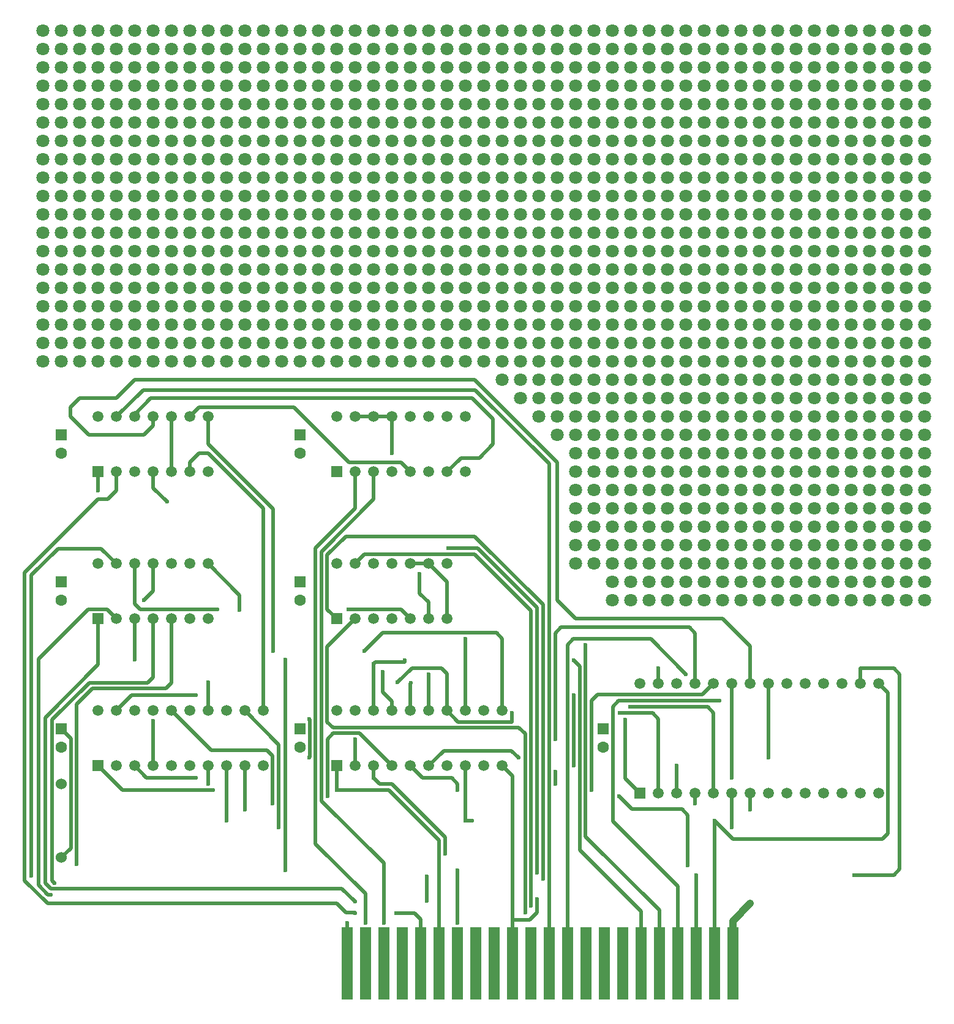
<source format=gbl>
G04 DipTrace 3.0.0.2*
G04 BasicROM.GBL*
%MOMM*%
G04 #@! TF.FileFunction,Copper,L2,Bot*
G04 #@! TF.Part,Single*
G04 #@! TA.AperFunction,Conductor*
%ADD14C,1.0*%
%ADD15C,0.5*%
G04 #@! TA.AperFunction,ComponentPad*
%ADD16C,1.6*%
%ADD17R,1.6X1.6*%
%ADD18R,1.5X10.0*%
G04 #@! TA.AperFunction,ComponentPad*
%ADD19C,1.8*%
%ADD20C,1.524*%
%ADD21C,1.524*%
%ADD22R,1.5X1.5*%
%ADD23C,1.5*%
G04 #@! TA.AperFunction,ViaPad*
%ADD24C,0.6*%
%FSLAX35Y35*%
G04*
G71*
G90*
G75*
G01*
G04 Bottom*
%LPD*%
X7112000Y-10668000D2*
D15*
X7252000Y-10808000D1*
Y-12795250D1*
X7493000D1*
X7592000Y-12696250D1*
Y-12509980D1*
X7252000Y-12795250D2*
Y-13400000D1*
X6350000Y-8636000D2*
Y-8128000D1*
X6096000Y-7874000D1*
X4966000Y-12840000D2*
Y-13400000D1*
X5080000Y-5842000D2*
X5334000D1*
X6096000Y-7874000D2*
X5842000D1*
X5588000Y-5842000D2*
Y-6350000D1*
X5334000Y-5842000D2*
X5588000D1*
X2286000Y-7874000D2*
Y-8252010D1*
X2156010Y-8382000D1*
X10300000Y-13400000D2*
D14*
Y-12814000D1*
X10541000Y-12573000D1*
X1016000Y-10160000D2*
D15*
X1151000Y-10295000D1*
Y-11803000D1*
X1016000Y-11938000D1*
X7845000Y-10747620D2*
Y-10917620D1*
X3048000D2*
Y-10668000D1*
X4698000Y-11087620D2*
Y-10533000D1*
X2286000Y-10050000D2*
Y-10668000D1*
X9679010Y-12047530D2*
Y-11347590D1*
X9599010Y-11267590D1*
X8908970D1*
X8729000Y-11087620D1*
X4698000Y-10533000D2*
Y-10297000D1*
X4776000Y-10219000D1*
X5139000D1*
X5588000Y-10668000D1*
X4448000Y-10553990D2*
X4453000Y-10548990D1*
Y-10025000D1*
X4448000Y-10020000D1*
X5334000Y-10668000D2*
Y-10832620D1*
X2879010D2*
X2196620D1*
X2032000Y-10668000D1*
X5334000Y-10832620D2*
X5419000Y-10917620D1*
X5583620D1*
X6321000Y-11655000D1*
Y-11887530D1*
X7507000Y-12599970D2*
Y-8523000D1*
X6728000Y-7744000D1*
X5210000D1*
X5080000Y-7874000D1*
X7429500Y-12700000D2*
Y-10226500D1*
X7342000Y-10139000D1*
X4773000D1*
X4693000Y-10059000D1*
Y-9023000D1*
X5080000Y-8636000D1*
X7675000Y-12232520D2*
Y-8437000D1*
X6732000Y-7494000D1*
X4952000D1*
X4693000Y-7753000D1*
Y-8503000D1*
X4826000Y-8636000D1*
X6367000Y-7659000D2*
X6770000D1*
X7592000Y-8481000D1*
Y-12147520D1*
X1231000Y-12024000D2*
Y-9818000D1*
X1448010Y-9600990D1*
X2460000D1*
X2540000Y-9520990D1*
Y-8636000D1*
X920750Y-12287250D2*
X889000Y-12255500D1*
Y-10033000D1*
X1401010Y-9520990D1*
X2206000D1*
X2286000Y-9440990D1*
Y-8636000D1*
X6490000Y-12109000D2*
Y-12840000D1*
X4118520Y-9201000D2*
Y-12109000D1*
X2032000Y-9201000D2*
Y-8636000D1*
X6067000Y-12194000D2*
Y-12533990D1*
X603250Y-12192000D2*
Y-8032750D1*
X972000Y-7664000D1*
X1568000D1*
X1778000Y-7874000D1*
X872000Y-12454000D2*
X833500D1*
X698500Y-12319000D1*
Y-9194143D1*
X1386643Y-8506000D1*
X1648000D1*
X1778000Y-8636000D1*
X5076000Y-12548000D2*
X4897000Y-12369000D1*
X875500D1*
X793750Y-12287250D1*
Y-10001250D1*
X1524000Y-9271000D1*
Y-8636000D1*
X5474000Y-12840000D2*
Y-12014300D1*
X4613000Y-11153300D1*
Y-7706000D1*
X5334000Y-6985000D1*
Y-6604000D1*
X5220000Y-12840000D2*
Y-12430810D1*
X4533000Y-11743810D1*
Y-7659000D1*
X5080000Y-7112000D1*
Y-6604000D1*
X10046000Y-13400000D2*
Y-11427620D1*
X3302003Y-10668000D2*
Y-11427620D1*
X3302000D1*
X6604003Y-10668000D2*
X6604000Y-11427620D1*
X10046000D2*
X10300990Y-11682610D1*
X12369000D1*
X12449000Y-11602610D1*
Y-9659000D1*
X12319000Y-9529000D1*
X6604000Y-11427620D2*
X6694000D1*
X6604003Y-9906000D2*
X6604000Y-8914000D1*
X9792000Y-12176650D2*
Y-13400000D1*
X12065000Y-9529000D2*
Y-9319000D1*
X12529000D1*
X12609000Y-9399000D1*
Y-12096650D1*
X12529000Y-12176650D1*
X11980000D1*
X10118000Y-9770000D2*
X8724000D1*
X8644000Y-9850000D1*
Y-9940000D1*
X7247000D2*
Y-10059000D1*
X6503000D1*
X6350000Y-9906000D1*
X3048000Y-9516000D2*
Y-9906000D1*
X8644000Y-9940000D2*
Y-11437040D1*
X9538000Y-12331040D1*
Y-13400000D1*
X6350000Y-9906000D2*
Y-9394000D1*
X6270000Y-9314000D1*
X5870000D1*
X5668000Y-9516000D1*
X8264000Y-8999000D2*
Y-11642430D1*
X9284000Y-12662430D1*
Y-13400000D1*
X5458010Y-9366000D2*
Y-9646010D1*
X5588000Y-9776000D1*
Y-9906000D1*
X8099000Y-9204000D2*
X8184000Y-9289000D1*
Y-11836153D1*
X9030000Y-12682153D1*
Y-13400000D1*
X5334003Y-9906000D2*
X5334010Y-9255990D1*
X5356000Y-9234000D1*
X5767860D1*
Y-9204000D1*
X9655000Y-9399000D2*
X9170000Y-8914000D1*
X8094000D1*
X8014000Y-8994000D1*
Y-13400000D1*
X1778000Y-5842000D2*
X2148000Y-5472000D1*
X6742000D1*
X7760000Y-6490000D1*
Y-13400000D1*
X2540000Y-5842000D2*
Y-6604000D1*
X5643000Y-12705980D2*
X5902000D1*
X5982000Y-12785980D1*
Y-13400000D1*
X5076000Y-12705980D2*
Y-12700000D1*
X4953000D1*
X4826000Y-12573000D1*
X825500D1*
X508000Y-12255500D1*
Y-8001000D1*
X1524000Y-6985000D1*
X1657050D1*
X1778000Y-6864050D1*
Y-6604000D1*
X3178000Y-8506000D2*
X2112000D1*
X2032000Y-8426000D1*
Y-7874000D1*
X3480800Y-8517000D2*
Y-8306800D1*
X3048000Y-7874000D1*
X4984540Y-8506000D2*
X5712000D1*
X5842000Y-8636000D1*
X5972000Y-8018000D2*
Y-8280990D1*
X6096000Y-8404990D1*
Y-8636000D1*
X1524000Y-6859050D2*
Y-6604000D1*
X2032000Y-5842000D2*
Y-5810250D1*
X2254250Y-5588000D1*
X6699250D1*
X6985000Y-5873750D1*
Y-6223000D1*
X6794500Y-6413500D1*
X6540500D1*
X6350000Y-6604000D1*
X3556003Y-10668000D2*
Y-11272590D1*
X3556010D1*
X10541000D2*
Y-11049000D1*
X10287000Y-11517610D2*
Y-11049000D1*
X4025000Y-11517610D2*
Y-10374997D1*
X3556003Y-9906000D1*
X8882010Y-9855000D2*
X9953000D1*
X10033000Y-9935000D1*
Y-11049000D1*
X3940000Y-11187590D2*
Y-10532573D1*
X3860000Y-10452573D1*
X3086577D1*
X2540003Y-9906000D1*
X9779000Y-11187590D2*
Y-11049000D1*
X2879010Y-9691000D2*
X1993003D1*
X1778003Y-9906000D1*
X8099000Y-10662620D2*
Y-9691000D1*
X9525000Y-10662620D2*
Y-11049000D1*
X7845000Y-10304000D2*
Y-8834000D1*
X7925000Y-8754000D1*
X9699000D1*
X9779000Y-8834000D1*
Y-9529000D1*
X5080000Y-10304000D2*
Y-10668000D1*
X6496000Y-11002620D2*
Y-10917620D1*
X6416000Y-10837620D1*
X6011623D1*
X5842003Y-10668000D1*
X8349000Y-11002620D2*
Y-9765000D1*
X8429000Y-9685000D1*
X9877000D1*
X10033000Y-9529000D1*
X7337000Y-10554990D2*
X7240010Y-10458000D1*
X6306003D1*
X6096003Y-10668000D1*
X10795000Y-10554990D2*
Y-9529000D1*
X10287000Y-10832620D2*
Y-9529000D1*
X8734000Y-9940000D2*
X9191000D1*
X9271000Y-10020000D1*
Y-11049000D1*
X6096003Y-9906000D2*
X6096000Y-9399000D1*
X9271000Y-9314000D2*
Y-9529000D1*
X5852860Y-9521000D2*
X5842003Y-9531857D1*
Y-9906000D1*
X8814000Y-10025000D2*
Y-10846000D1*
X9017000Y-11049000D1*
X2286000Y-6604000D2*
Y-6826250D1*
X2476500Y-7016750D1*
X5842000Y-6604000D2*
X5712000Y-6474000D1*
X4997000D1*
X4235000Y-5712000D1*
X2924000D1*
X2794000Y-5842000D1*
X4826000Y-10668000D2*
Y-11002620D1*
X1524000Y-10668000D2*
X1858620Y-11002620D1*
X3111640D1*
X4826000D2*
X5541620D1*
X6236000Y-11697000D1*
Y-13400000D1*
X3810000Y-9906000D2*
Y-7112000D1*
X3048000Y-6350000D1*
X2921000D1*
X2794000Y-6477000D1*
Y-6604000D1*
X3945010Y-9078990D2*
Y-7120010D1*
X3048000Y-6223000D1*
Y-5842000D1*
X5210000Y-9078990D2*
X5459990Y-8829000D1*
X7032000D1*
X7112000Y-8909000D1*
Y-9906000D1*
X2286000Y-5842000D2*
Y-5969000D1*
X2159000Y-6096000D1*
X1397000D1*
X1143000Y-5842000D1*
Y-5715000D1*
X1270000Y-5588000D1*
X1778000D1*
X2032000Y-5334000D1*
X6731000D1*
X7874000Y-6477000D1*
Y-8382000D1*
X8128000Y-8636000D1*
X10160000D1*
X10541000Y-9017000D1*
Y-9529000D1*
D24*
Y-12573000D3*
X2476500Y-7016750D3*
X7592000Y-12509980D3*
X2156010Y-8382000D3*
X5588000Y-6350000D3*
X4966000Y-12840000D3*
X7845000Y-10917620D3*
Y-10747620D3*
X3048000Y-10917620D3*
X2286000Y-10050000D3*
X4448000Y-10020000D3*
Y-10553990D3*
X4698000Y-10533000D3*
X8729000Y-11087620D3*
X9679010Y-12047530D3*
X4698000Y-11087620D3*
X6321000Y-11887530D3*
X2879010Y-10832620D3*
X5334000D3*
X7507000Y-12599970D3*
X7429500Y-12700000D3*
X7675000Y-12232520D3*
X7592000Y-12147520D3*
X6367000Y-7659000D3*
X1231000Y-12024000D3*
X920750Y-12287250D3*
X6490000Y-12840000D3*
Y-12109000D3*
X4118520D3*
Y-9201000D3*
X2032000D3*
X6067000Y-12533990D3*
Y-12194000D3*
X603250Y-12192000D3*
X872000Y-12454000D3*
X5076000Y-12548000D3*
X5474000Y-12840000D3*
X5220000D3*
X3302000Y-11427620D3*
X6694000D3*
X10046000D3*
X6604000D3*
Y-8914000D3*
X9792000Y-12176650D3*
X11980000D3*
X10118000Y-9770000D3*
X5668000Y-9516000D3*
X3048000D3*
X7247000Y-9940000D3*
X8644000D3*
X8264000Y-8999000D3*
X5458010Y-9366000D3*
X5767860Y-9204000D3*
X8099000D3*
X5334010Y-9255990D3*
X9655000Y-9399000D3*
X5643000Y-12705980D3*
X5076000D3*
X3178000Y-8506000D3*
X3480800Y-8517000D3*
X4984540Y-8506000D3*
X5972000Y-8018000D3*
X1524000Y-6859050D3*
X3556010Y-11272590D3*
X10541000D3*
X10287000Y-11517610D3*
X4025000D3*
X8882010Y-9855000D3*
X3940000Y-11187590D3*
X9779000D3*
X2879010Y-9691000D3*
X8099000D3*
Y-10662620D3*
X9525000D3*
X7845000Y-10304000D3*
X5080000D3*
X6496000Y-11002620D3*
X8349000D3*
X7337000Y-10554990D3*
X10795000D3*
X10287000Y-10832620D3*
X8734000Y-9940000D3*
X6096000Y-9399000D3*
X5852860Y-9521000D3*
X9271000Y-9314000D3*
X8814000Y-10025000D3*
X3111640Y-11002620D3*
X4826000D3*
X3945010Y-9078990D3*
X5210000D3*
D16*
X1016000Y-8382000D3*
D17*
Y-8128000D3*
D16*
X4318000Y-8382000D3*
D17*
Y-8128000D3*
D16*
X1016000Y-10414000D3*
D17*
Y-10160000D3*
D16*
X4318000Y-10414000D3*
D17*
Y-10160000D3*
D16*
Y-6350000D3*
D17*
Y-6096000D3*
D16*
X1016000Y-6350000D3*
D17*
Y-6096000D3*
D16*
X8509000Y-10414000D3*
D17*
Y-10160000D3*
D18*
X10300000Y-13400000D3*
X10046000D3*
X9792000D3*
X9538000D3*
X9284000D3*
X9030000D3*
X8776000D3*
X8522000D3*
X8268000D3*
X8014000D3*
X7760000D3*
X7506000D3*
X7252000D3*
X6998000D3*
X6744000D3*
X6490000D3*
X6236000D3*
X5982000D3*
X5728000D3*
X5474000D3*
X5220000D3*
X4966000D3*
D19*
X1016000Y-508000D3*
X762000D3*
X1270000D3*
X1778000D3*
X1524000D3*
X2032000D3*
X2540000D3*
X2286000D3*
X2794000D3*
X3302000D3*
X3048000D3*
X3556000D3*
X4064000D3*
X3810000D3*
X4318000D3*
X4826000D3*
X4572000D3*
X5080000D3*
X5588000D3*
X5334000D3*
X5842000D3*
X6350000D3*
X6096000D3*
X6604000D3*
X7112000D3*
X6858000D3*
X7366000D3*
X7874000D3*
X7620000D3*
X8128000D3*
X8636000D3*
X8382000D3*
X8890000D3*
X9398000D3*
X9144000D3*
X9652000D3*
X10160000D3*
X9906000D3*
X10414000D3*
X10922000D3*
X10668000D3*
X11176000D3*
X11684000D3*
X11430000D3*
X11938000D3*
X12446000D3*
X12192000D3*
X12700000D3*
X12954000D3*
X1016000Y-762000D3*
X762000D3*
X1270000D3*
X1778000D3*
X1524000D3*
X2032000D3*
X2540000D3*
X2286000D3*
X2794000D3*
X3302000D3*
X3048000D3*
X3556000D3*
X4064000D3*
X3810000D3*
X4318000D3*
X4826000D3*
X4572000D3*
X5080000D3*
X5588000D3*
X5334000D3*
X5842000D3*
X6350000D3*
X6096000D3*
X6604000D3*
X7112000D3*
X6858000D3*
X7366000D3*
X7874000D3*
X7620000D3*
X8128000D3*
X8636000D3*
X8382000D3*
X8890000D3*
X9398000D3*
X9144000D3*
X9652000D3*
X10160000D3*
X9906000D3*
X10414000D3*
X10922000D3*
X10668000D3*
X11176000D3*
X11684000D3*
X11430000D3*
X11938000D3*
X12446000D3*
X12192000D3*
X12700000D3*
X12954000D3*
X1016000Y-1016000D3*
X762000D3*
X1270000D3*
X1778000D3*
X1524000D3*
X2032000D3*
X2540000D3*
X2286000D3*
X2794000D3*
X3302000D3*
X3048000D3*
X3556000D3*
X4064000D3*
X3810000D3*
X4318000D3*
X4826000D3*
X4572000D3*
X5080000D3*
X5588000D3*
X5334000D3*
X5842000D3*
X6350000D3*
X6096000D3*
X6604000D3*
X7112000D3*
X6858000D3*
X7366000D3*
X7874000D3*
X7620000D3*
X8128000D3*
X8636000D3*
X8382000D3*
X8890000D3*
X9398000D3*
X9144000D3*
X9652000D3*
X10160000D3*
X9906000D3*
X10414000D3*
X10922000D3*
X10668000D3*
X11176000D3*
X11684000D3*
X11430000D3*
X11938000D3*
X12446000D3*
X12192000D3*
X12700000D3*
X12954000D3*
X1016000Y-1270000D3*
X762000D3*
X1270000D3*
X1778000D3*
X1524000D3*
X2032000D3*
X2540000D3*
X2286000D3*
X2794000D3*
X3302000D3*
X3048000D3*
X3556000D3*
X4064000D3*
X3810000D3*
X4318000D3*
X4826000D3*
X4572000D3*
X5080000D3*
X5588000D3*
X5334000D3*
X5842000D3*
X6350000D3*
X6096000D3*
X6604000D3*
X7112000D3*
X6858000D3*
X7366000D3*
X7874000D3*
X7620000D3*
X8128000D3*
X8636000D3*
X8382000D3*
X8890000D3*
X9398000D3*
X9144000D3*
X9652000D3*
X10160000D3*
X9906000D3*
X10414000D3*
X10922000D3*
X10668000D3*
X11176000D3*
X11684000D3*
X11430000D3*
X11938000D3*
X12446000D3*
X12192000D3*
X12700000D3*
X12954000D3*
X1016000Y-1524000D3*
X762000D3*
X1270000D3*
X1778000D3*
X1524000D3*
X2032000D3*
X2540000D3*
X2286000D3*
X2794000D3*
X3302000D3*
X3048000D3*
X3556000D3*
X4064000D3*
X3810000D3*
X4318000D3*
X4826000D3*
X4572000D3*
X5080000D3*
X5588000D3*
X5334000D3*
X5842000D3*
X6350000D3*
X6096000D3*
X6604000D3*
X7112000D3*
X6858000D3*
X7366000D3*
X7874000D3*
X7620000D3*
X8128000D3*
X8636000D3*
X8382000D3*
X8890000D3*
X9398000D3*
X9144000D3*
X9652000D3*
X10160000D3*
X9906000D3*
X10414000D3*
X10922000D3*
X10668000D3*
X11176000D3*
X11684000D3*
X11430000D3*
X11938000D3*
X12446000D3*
X12192000D3*
X12700000D3*
X12954000D3*
X1016000Y-1778000D3*
X762000D3*
X1270000D3*
X1778000D3*
X1524000D3*
X2032000D3*
X2540000D3*
X2286000D3*
X2794000D3*
X3302000D3*
X3048000D3*
X3556000D3*
X4064000D3*
X3810000D3*
X4318000D3*
X4826000D3*
X4572000D3*
X5080000D3*
X5588000D3*
X5334000D3*
X5842000D3*
X6350000D3*
X6096000D3*
X6604000D3*
X7112000D3*
X6858000D3*
X7366000D3*
X7874000D3*
X7620000D3*
X8128000D3*
X8636000D3*
X8382000D3*
X8890000D3*
X9398000D3*
X9144000D3*
X9652000D3*
X10160000D3*
X9906000D3*
X10414000D3*
X10922000D3*
X10668000D3*
X11176000D3*
X11684000D3*
X11430000D3*
X11938000D3*
X12446000D3*
X12192000D3*
X12700000D3*
X12954000D3*
X1016000Y-2032000D3*
X762000D3*
X1270000D3*
X1778000D3*
X1524000D3*
X2032000D3*
X2540000D3*
X2286000D3*
X2794000D3*
X3302000D3*
X3048000D3*
X3556000D3*
X4064000D3*
X3810000D3*
X4318000D3*
X4826000D3*
X4572000D3*
X5080000D3*
X5588000D3*
X5334000D3*
X5842000D3*
X6350000D3*
X6096000D3*
X6604000D3*
X7112000D3*
X6858000D3*
X7366000D3*
X7874000D3*
X7620000D3*
X8128000D3*
X8636000D3*
X8382000D3*
X8890000D3*
X9398000D3*
X9144000D3*
X9652000D3*
X10160000D3*
X9906000D3*
X10414000D3*
X10922000D3*
X10668000D3*
X11176000D3*
X11684000D3*
X11430000D3*
X11938000D3*
X12446000D3*
X12192000D3*
X12700000D3*
X12954000D3*
X1016000Y-2286000D3*
X762000D3*
X1270000D3*
X1778000D3*
X1524000D3*
X2032000D3*
X2540000D3*
X2286000D3*
X2794000D3*
X3302000D3*
X3048000D3*
X3556000D3*
X4064000D3*
X3810000D3*
X4318000D3*
X4826000D3*
X4572000D3*
X5080000D3*
X5588000D3*
X5334000D3*
X5842000D3*
X6350000D3*
X6096000D3*
X6604000D3*
X7112000D3*
X6858000D3*
X7366000D3*
X7874000D3*
X7620000D3*
X8128000D3*
X8636000D3*
X8382000D3*
X8890000D3*
X9398000D3*
X9144000D3*
X9652000D3*
X10160000D3*
X9906000D3*
X10414000D3*
X10922000D3*
X10668000D3*
X11176000D3*
X11684000D3*
X11430000D3*
X11938000D3*
X12446000D3*
X12192000D3*
X12700000D3*
X12954000D3*
X1016000Y-2540000D3*
X762000D3*
X1270000D3*
X1778000D3*
X1524000D3*
X2032000D3*
X2540000D3*
X2286000D3*
X2794000D3*
X3302000D3*
X3048000D3*
X3556000D3*
X4064000D3*
X3810000D3*
X4318000D3*
X4826000D3*
X4572000D3*
X5080000D3*
X5588000D3*
X5334000D3*
X5842000D3*
X6350000D3*
X6096000D3*
X6604000D3*
X7112000D3*
X6858000D3*
X7366000D3*
X7874000D3*
X7620000D3*
X8128000D3*
X8636000D3*
X8382000D3*
X8890000D3*
X9398000D3*
X9144000D3*
X9652000D3*
X10160000D3*
X9906000D3*
X10414000D3*
X10922000D3*
X10668000D3*
X11176000D3*
X11684000D3*
X11430000D3*
X11938000D3*
X12446000D3*
X12192000D3*
X12700000D3*
X12954000D3*
X1016000Y-2794000D3*
X762000D3*
X1270000D3*
X1778000D3*
X1524000D3*
X2032000D3*
X2540000D3*
X2286000D3*
X2794000D3*
X3302000D3*
X3048000D3*
X3556000D3*
X4064000D3*
X3810000D3*
X4318000D3*
X4826000D3*
X4572000D3*
X5080000D3*
X5588000D3*
X5334000D3*
X5842000D3*
X6350000D3*
X6096000D3*
X6604000D3*
X7112000D3*
X6858000D3*
X7366000D3*
X7874000D3*
X7620000D3*
X8128000D3*
X8636000D3*
X8382000D3*
X8890000D3*
X9398000D3*
X9144000D3*
X9652000D3*
X10160000D3*
X9906000D3*
X10414000D3*
X10922000D3*
X10668000D3*
X11176000D3*
X11684000D3*
X11430000D3*
X11938000D3*
X12446000D3*
X12192000D3*
X12700000D3*
X12954000D3*
X1016000Y-3048000D3*
X762000D3*
X1270000D3*
X1778000D3*
X1524000D3*
X2032000D3*
X2540000D3*
X2286000D3*
X2794000D3*
X3302000D3*
X3048000D3*
X3556000D3*
X4064000D3*
X3810000D3*
X4318000D3*
X4826000D3*
X4572000D3*
X5080000D3*
X5588000D3*
X5334000D3*
X5842000D3*
X6350000D3*
X6096000D3*
X6604000D3*
X7112000D3*
X6858000D3*
X7366000D3*
X7874000D3*
X7620000D3*
X8128000D3*
X8636000D3*
X8382000D3*
X8890000D3*
X9398000D3*
X9144000D3*
X9652000D3*
X10160000D3*
X9906000D3*
X10414000D3*
X10922000D3*
X10668000D3*
X11176000D3*
X11684000D3*
X11430000D3*
X11938000D3*
X12446000D3*
X12192000D3*
X12700000D3*
X12954000D3*
X1016000Y-3302000D3*
X762000D3*
X1270000D3*
X1778000D3*
X1524000D3*
X2032000D3*
X2540000D3*
X2286000D3*
X2794000D3*
X3302000D3*
X3048000D3*
X3556000D3*
X4064000D3*
X3810000D3*
X4318000D3*
X4826000D3*
X4572000D3*
X5080000D3*
X5588000D3*
X5334000D3*
X5842000D3*
X6350000D3*
X6096000D3*
X6604000D3*
X7112000D3*
X6858000D3*
X7366000D3*
X7874000D3*
X7620000D3*
X8128000D3*
X8636000D3*
X8382000D3*
X8890000D3*
X9398000D3*
X9144000D3*
X9652000D3*
X10160000D3*
X9906000D3*
X10414000D3*
X10922000D3*
X10668000D3*
X11176000D3*
X11684000D3*
X11430000D3*
X11938000D3*
X12446000D3*
X12192000D3*
X12700000D3*
X12954000D3*
X1016000Y-3556000D3*
X762000D3*
X1270000D3*
X1778000D3*
X1524000D3*
X2032000D3*
X2540000D3*
X2286000D3*
X2794000D3*
X3302000D3*
X3048000D3*
X3556000D3*
X4064000D3*
X3810000D3*
X4318000D3*
X4826000D3*
X4572000D3*
X5080000D3*
X5588000D3*
X5334000D3*
X5842000D3*
X6350000D3*
X6096000D3*
X6604000D3*
X7112000D3*
X6858000D3*
X7366000D3*
X7874000D3*
X7620000D3*
X8128000D3*
X8636000D3*
X8382000D3*
X8890000D3*
X9398000D3*
X9144000D3*
X9652000D3*
X10160000D3*
X9906000D3*
X10414000D3*
X10922000D3*
X10668000D3*
X11176000D3*
X11684000D3*
X11430000D3*
X11938000D3*
X12446000D3*
X12192000D3*
X12700000D3*
X12954000D3*
X1016000Y-3810000D3*
X762000D3*
X1270000D3*
X1778000D3*
X1524000D3*
X2032000D3*
X2540000D3*
X2286000D3*
X2794000D3*
X3302000D3*
X3048000D3*
X3556000D3*
X4064000D3*
X3810000D3*
X4318000D3*
X4826000D3*
X4572000D3*
X5080000D3*
X5588000D3*
X5334000D3*
X5842000D3*
X6350000D3*
X6096000D3*
X6604000D3*
X7112000D3*
X6858000D3*
X7366000D3*
X7874000D3*
X7620000D3*
X8128000D3*
X8636000D3*
X8382000D3*
X8890000D3*
X9398000D3*
X9144000D3*
X9652000D3*
X10160000D3*
X9906000D3*
X10414000D3*
X10922000D3*
X10668000D3*
X11176000D3*
X11684000D3*
X11430000D3*
X11938000D3*
X12446000D3*
X12192000D3*
X12700000D3*
X12954000D3*
X1016000Y-4064000D3*
X762000D3*
X1270000D3*
X1778000D3*
X1524000D3*
X2032000D3*
X2540000D3*
X2286000D3*
X2794000D3*
X3302000D3*
X3048000D3*
X3556000D3*
X4064000D3*
X3810000D3*
X4318000D3*
X4826000D3*
X4572000D3*
X5080000D3*
X5588000D3*
X5334000D3*
X5842000D3*
X6350000D3*
X6096000D3*
X6604000D3*
X7112000D3*
X6858000D3*
X7366000D3*
X7874000D3*
X7620000D3*
X8128000D3*
X8636000D3*
X8382000D3*
X8890000D3*
X9398000D3*
X9144000D3*
X9652000D3*
X10160000D3*
X9906000D3*
X10414000D3*
X10922000D3*
X10668000D3*
X11176000D3*
X11684000D3*
X11430000D3*
X11938000D3*
X12446000D3*
X12192000D3*
X12700000D3*
X12954000D3*
X1016000Y-4318000D3*
X762000D3*
X1270000D3*
X1778000D3*
X1524000D3*
X2032000D3*
X2540000D3*
X2286000D3*
X2794000D3*
X3302000D3*
X3048000D3*
X3556000D3*
X4064000D3*
X3810000D3*
X4318000D3*
X4826000D3*
X4572000D3*
X5080000D3*
X5588000D3*
X5334000D3*
X5842000D3*
X6350000D3*
X6096000D3*
X6604000D3*
X7112000D3*
X6858000D3*
X7366000D3*
X7874000D3*
X7620000D3*
X8128000D3*
X8636000D3*
X8382000D3*
X8890000D3*
X9398000D3*
X9144000D3*
X9652000D3*
X10160000D3*
X9906000D3*
X10414000D3*
X10922000D3*
X10668000D3*
X11176000D3*
X11684000D3*
X11430000D3*
X11938000D3*
X12446000D3*
X12192000D3*
X12700000D3*
X12954000D3*
X1016000Y-4572000D3*
X762000D3*
X1270000D3*
X1778000D3*
X1524000D3*
X2032000D3*
X2540000D3*
X2286000D3*
X2794000D3*
X3302000D3*
X3048000D3*
X3556000D3*
X4064000D3*
X3810000D3*
X4318000D3*
X4826000D3*
X4572000D3*
X5080000D3*
X5588000D3*
X5334000D3*
X5842000D3*
X6350000D3*
X6096000D3*
X6604000D3*
X7112000D3*
X6858000D3*
X7366000D3*
X7874000D3*
X7620000D3*
X8128000D3*
X8636000D3*
X8382000D3*
X8890000D3*
X9398000D3*
X9144000D3*
X9652000D3*
X10160000D3*
X9906000D3*
X10414000D3*
X10922000D3*
X10668000D3*
X11176000D3*
X11684000D3*
X11430000D3*
X11938000D3*
X12446000D3*
X12192000D3*
X12700000D3*
X12954000D3*
X1016000Y-4826000D3*
X762000D3*
X1270000D3*
X1778000D3*
X1524000D3*
X2032000D3*
X2540000D3*
X2286000D3*
X2794000D3*
X3302000D3*
X3048000D3*
X3556000D3*
X4064000D3*
X3810000D3*
X4318000D3*
X4826000D3*
X4572000D3*
X5080000D3*
X5588000D3*
X5334000D3*
X5842000D3*
X6350000D3*
X6096000D3*
X6604000D3*
X7112000D3*
X6858000D3*
X7366000D3*
X7874000D3*
X7620000D3*
X8128000D3*
X8636000D3*
X8382000D3*
X8890000D3*
X9398000D3*
X9144000D3*
X9652000D3*
X10160000D3*
X9906000D3*
X10414000D3*
X10922000D3*
X10668000D3*
X11176000D3*
X11684000D3*
X11430000D3*
X11938000D3*
X12446000D3*
X12192000D3*
X12700000D3*
X12954000D3*
X1016000Y-5080000D3*
X762000D3*
X1270000D3*
X1778000D3*
X1524000D3*
X2032000D3*
X2540000D3*
X2286000D3*
X2794000D3*
X3302000D3*
X3048000D3*
X3556000D3*
X4064000D3*
X3810000D3*
X4318000D3*
X4826000D3*
X4572000D3*
X5080000D3*
X5588000D3*
X5334000D3*
X5842000D3*
X6350000D3*
X6096000D3*
X6604000D3*
X7112000D3*
X6858000D3*
X7366000D3*
X7874000D3*
X7620000D3*
X8128000D3*
X8636000D3*
X8382000D3*
X8890000D3*
X9398000D3*
X9144000D3*
X9652000D3*
X10160000D3*
X9906000D3*
X10414000D3*
X10922000D3*
X10668000D3*
X11176000D3*
X11684000D3*
X11430000D3*
X11938000D3*
X12446000D3*
X12192000D3*
X12700000D3*
X12954000D3*
X8128000Y-5334000D3*
X8636000D3*
X8382000D3*
X8890000D3*
X9398000D3*
X9144000D3*
X9652000D3*
X10160000D3*
X9906000D3*
X10414000D3*
X10922000D3*
X10668000D3*
X11176000D3*
X11684000D3*
X11430000D3*
X11938000D3*
X12446000D3*
X12192000D3*
X12700000D3*
X12954000D3*
X8128000Y-5588000D3*
X8636000D3*
X8382000D3*
X8890000D3*
X9398000D3*
X9144000D3*
X9652000D3*
X10160000D3*
X9906000D3*
X10414000D3*
X10922000D3*
X10668000D3*
X11176000D3*
X11684000D3*
X11430000D3*
X11938000D3*
X12446000D3*
X12192000D3*
X12700000D3*
X12954000D3*
X8128000Y-5842000D3*
X8636000D3*
X8382000D3*
X8890000D3*
X9398000D3*
X9144000D3*
X9652000D3*
X10160000D3*
X9906000D3*
X10414000D3*
X10922000D3*
X10668000D3*
X11176000D3*
X11684000D3*
X11430000D3*
X11938000D3*
X12446000D3*
X12192000D3*
X12700000D3*
X12954000D3*
X8128000Y-6096000D3*
X8636000D3*
X8382000D3*
X8890000D3*
X9398000D3*
X9144000D3*
X9652000D3*
X10160000D3*
X9906000D3*
X10414000D3*
X10922000D3*
X10668000D3*
X11176000D3*
X11684000D3*
X11430000D3*
X11938000D3*
X12446000D3*
X12192000D3*
X12700000D3*
X12954000D3*
X8128000Y-6350000D3*
X8636000D3*
X8382000D3*
X8890000D3*
X9398000D3*
X9144000D3*
X9652000D3*
X10160000D3*
X9906000D3*
X10414000D3*
X10922000D3*
X10668000D3*
X11176000D3*
X11684000D3*
X11430000D3*
X11938000D3*
X12446000D3*
X12192000D3*
X12700000D3*
X12954000D3*
X8128000Y-6604000D3*
X8636000D3*
X8382000D3*
X8890000D3*
X9398000D3*
X9144000D3*
X9652000D3*
X10160000D3*
X9906000D3*
X10414000D3*
X10922000D3*
X10668000D3*
X11176000D3*
X11684000D3*
X11430000D3*
X11938000D3*
X12446000D3*
X12192000D3*
X12700000D3*
X12954000D3*
X8128000Y-6858000D3*
X8636000D3*
X8382000D3*
X8890000D3*
X9398000D3*
X9144000D3*
X9652000D3*
X10160000D3*
X9906000D3*
X10414000D3*
X10922000D3*
X10668000D3*
X11176000D3*
X11684000D3*
X11430000D3*
X11938000D3*
X12446000D3*
X12192000D3*
X12700000D3*
X12954000D3*
X8128000Y-7112000D3*
X8636000D3*
X8382000D3*
X8890000D3*
X9398000D3*
X9144000D3*
X9652000D3*
X10160000D3*
X9906000D3*
X10414000D3*
X10922000D3*
X10668000D3*
X11176000D3*
X11684000D3*
X11430000D3*
X11938000D3*
X12446000D3*
X12192000D3*
X12700000D3*
X12954000D3*
X8128000Y-7366000D3*
X8636000D3*
X8382000D3*
X8890000D3*
X9398000D3*
X9144000D3*
X9652000D3*
X10160000D3*
X9906000D3*
X10414000D3*
X10922000D3*
X10668000D3*
X11176000D3*
X11684000D3*
X11430000D3*
X11938000D3*
X12446000D3*
X12192000D3*
X12700000D3*
X12954000D3*
X8128000Y-7620000D3*
X8636000D3*
X8382000D3*
X8890000D3*
X9398000D3*
X9144000D3*
X9652000D3*
X10160000D3*
X9906000D3*
X10414000D3*
X10922000D3*
X10668000D3*
X11176000D3*
X11684000D3*
X11430000D3*
X11938000D3*
X12446000D3*
X12192000D3*
X12700000D3*
X12954000D3*
X8128000Y-7874000D3*
X8636000D3*
X8382000D3*
X8890000D3*
X9398000D3*
X9144000D3*
X9652000D3*
X10160000D3*
X9906000D3*
X10414000D3*
X10922000D3*
X10668000D3*
X11176000D3*
X11684000D3*
X11430000D3*
X11938000D3*
X12446000D3*
X12192000D3*
X12700000D3*
X12954000D3*
X8636000Y-8128000D3*
X8890000D3*
X9398000D3*
X9144000D3*
X9652000D3*
X10160000D3*
X9906000D3*
X10414000D3*
X10922000D3*
X10668000D3*
X11176000D3*
X11684000D3*
X11430000D3*
X11938000D3*
X12446000D3*
X12192000D3*
X12700000D3*
X12954000D3*
X8636000Y-8382000D3*
X8890000D3*
X9398000D3*
X9144000D3*
X9652000D3*
X10160000D3*
X9906000D3*
X10414000D3*
X10922000D3*
X10668000D3*
X11176000D3*
X11684000D3*
X11430000D3*
X11938000D3*
X12446000D3*
X12192000D3*
X12700000D3*
X12954000D3*
X7874000Y-5334000D3*
Y-5588000D3*
X7620000Y-5334000D3*
X7874000Y-5842000D3*
X7620000Y-5588000D3*
X7366000Y-5334000D3*
X7874000Y-6096000D3*
X7620000Y-5842000D3*
X7366000Y-5588000D3*
X7112000Y-5334000D3*
D20*
X1016000Y-11938000D3*
D21*
Y-10922000D3*
D22*
X4826000Y-8636000D3*
D23*
X5080000D3*
X5334000D3*
X5588000D3*
X5842000D3*
X6096000D3*
X6350000D3*
Y-7874000D3*
X6096000D3*
X5842000D3*
X5588000D3*
X5334000D3*
X5080000D3*
X4826000D3*
D22*
X1524000Y-8636000D3*
D23*
X1778000D3*
X2032000D3*
X2286000D3*
X2540000D3*
X2794000D3*
X3048000D3*
Y-7874000D3*
X2794000D3*
X2540000D3*
X2286000D3*
X2032000D3*
X1778000D3*
X1524000D3*
D22*
Y-6604000D3*
D23*
X1778000D3*
X2032000D3*
X2286000D3*
X2540000D3*
X2794000D3*
X3048000D3*
Y-5842000D3*
X2794000D3*
X2540000D3*
X2286000D3*
X2032000D3*
X1778000D3*
X1524000D3*
D22*
X4826000Y-6604000D3*
D23*
X5080000D3*
X5334000D3*
X5588000D3*
X5842000D3*
X6096000D3*
X6350000D3*
X6604000D3*
Y-5842000D3*
X6350000D3*
X6096000D3*
X5842000D3*
X5588000D3*
X5334000D3*
X5080000D3*
X4826000D3*
D22*
X1524000Y-10668000D3*
D23*
X1778000D3*
X2032000D3*
X2286000D3*
X2540003D3*
X2794003D3*
X3048000D3*
X3302003D3*
X3556003D3*
X3810000D3*
X1524003Y-9906000D3*
X1778003D3*
X2032003D3*
X2286000D3*
X2540003D3*
X2794003D3*
X3048000D3*
X3302003D3*
X3556003D3*
X3810000D3*
D22*
X4826000Y-10668000D3*
D23*
X5080000D3*
X5334000D3*
X5588000D3*
X5842003D3*
X6096003D3*
X6350000D3*
X6604003D3*
X6858003D3*
X7112000D3*
X4826003Y-9906000D3*
X5080003D3*
X5334003D3*
X5588000D3*
X5842003D3*
X6096003D3*
X6350000D3*
X6604003D3*
X6858003D3*
X7112000D3*
D22*
X9017000Y-11049000D3*
D23*
X9271000D3*
X9525000D3*
X9779000D3*
X10033000D3*
X10287000D3*
X10541000D3*
X10795000D3*
X11049000D3*
X11303000D3*
X11557000D3*
X11811000D3*
X12065000D3*
X12319000D3*
Y-9529000D3*
X12065000D3*
X11811000D3*
X11557000D3*
X11303000D3*
X11049000D3*
X10795000D3*
X10541000D3*
X10287000D3*
X10033000D3*
X9779000D3*
X9525000D3*
X9271000D3*
X9017000D3*
M02*

</source>
